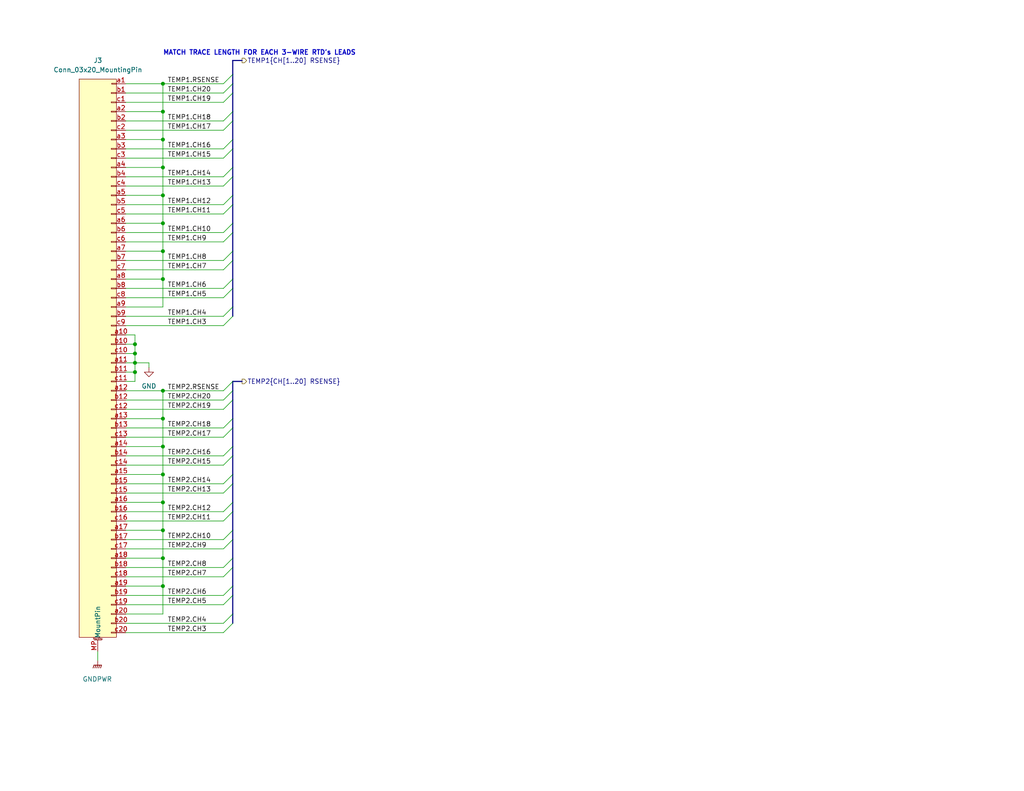
<source format=kicad_sch>
(kicad_sch (version 20230121) (generator eeschema)
  (paper "USLetter")
  (title_block (title "FOXSI-4 Plenum Board") (rev "1") (company "University of Minnesota") (comment 1 "Author: Thanasi Pantazides, panta013@umn.edu"))
  (lib_symbols
    (symbol "Connector_Generic_MountingPin:Conn_03x20_MountingPin"
      (property "Reference" "J" (at 2.54 80.01 0))
      (property "Value" "Conn_03x20_MountingPin" (at 13.97 77.47 0))
      (symbol "Conn_03x20_MountingPin_0_0"
        (pin passive line (at 7.62 6.35 180) (length 2.54) (name "") (number "a10"))
        (pin passive line (at 7.62 -1.27 180) (length 2.54) (name "") (number "a11"))
        (pin passive line (at 7.62 -8.89 180) (length 2.54) (name "") (number "a12"))
        (pin passive line (at 7.62 -16.51 180) (length 2.54) (name "") (number "a13"))
        (pin passive line (at 7.62 -24.13 180) (length 2.54) (name "") (number "a14"))
        (pin passive line (at 7.62 -31.75 180) (length 2.54) (name "") (number "a15"))
        (pin passive line (at 7.62 -39.37 180) (length 2.54) (name "") (number "a16"))
        (pin passive line (at 7.62 -46.99 180) (length 2.54) (name "") (number "a17"))
        (pin passive line (at 7.62 -54.61 180) (length 2.54) (name "") (number "a18"))
        (pin passive line (at 7.62 -62.23 180) (length 2.54) (name "") (number "a19"))
        (pin passive line (at 7.62 67.31 180) (length 2.54) (name "") (number "a2"))
        (pin passive line (at 7.62 -69.85 180) (length 2.54) (name "") (number "a20"))
        (pin passive line (at 7.62 59.69 180) (length 2.54) (name "") (number "a3"))
        (pin passive line (at 7.62 52.07 180) (length 2.54) (name "") (number "a4"))
        (pin passive line (at 7.62 44.45 180) (length 2.54) (name "") (number "a5"))
        (pin passive line (at 7.62 36.83 180) (length 2.54) (name "") (number "a6"))
        (pin passive line (at 7.62 29.21 180) (length 2.54) (name "") (number "a7"))
        (pin passive line (at 7.62 21.59 180) (length 2.54) (name "") (number "a8"))
        (pin passive line (at 7.62 13.97 180) (length 2.54) (name "") (number "a9"))
        (pin passive line (at 7.62 3.81 180) (length 2.54) (name "") (number "b10"))
        (pin passive line (at 7.62 -3.81 180) (length 2.54) (name "") (number "b11"))
        (pin passive line (at 7.62 -11.43 180) (length 2.54) (name "") (number "b12"))
        (pin passive line (at 7.62 -19.05 180) (length 2.54) (name "") (number "b13"))
        (pin passive line (at 7.62 -26.67 180) (length 2.54) (name "") (number "b14"))
        (pin passive line (at 7.62 -34.29 180) (length 2.54) (name "") (number "b15"))
        (pin passive line (at 7.62 -41.91 180) (length 2.54) (name "") (number "b16"))
        (pin passive line (at 7.62 -49.53 180) (length 2.54) (name "") (number "b17"))
        (pin passive line (at 7.62 -57.15 180) (length 2.54) (name "") (number "b18"))
        (pin passive line (at 7.62 -64.77 180) (length 2.54) (name "") (number "b19"))
        (pin passive line (at 7.62 64.77 180) (length 2.54) (name "") (number "b2"))
        (pin passive line (at 7.62 -72.39 180) (length 2.54) (name "") (number "b20"))
        (pin passive line (at 7.62 57.15 180) (length 2.54) (name "") (number "b3"))
        (pin passive line (at 7.62 49.53 180) (length 2.54) (name "") (number "b4"))
        (pin passive line (at 7.62 41.91 180) (length 2.54) (name "") (number "b5"))
        (pin passive line (at 7.62 34.29 180) (length 2.54) (name "") (number "b6"))
        (pin passive line (at 7.62 26.67 180) (length 2.54) (name "") (number "b7"))
        (pin passive line (at 7.62 19.05 180) (length 2.54) (name "") (number "b8"))
        (pin passive line (at 7.62 11.43 180) (length 2.54) (name "") (number "b9"))
        (pin passive line (at 7.62 69.85 180) (length 2.54) (name "") (number "c1"))
        (pin passive line (at 7.62 1.27 180) (length 2.54) (name "") (number "c10"))
        (pin passive line (at 7.62 -6.35 180) (length 2.54) (name "") (number "c11"))
        (pin passive line (at 7.62 -13.97 180) (length 2.54) (name "") (number "c12"))
        (pin passive line (at 7.62 -21.59 180) (length 2.54) (name "") (number "c13"))
        (pin passive line (at 7.62 -29.21 180) (length 2.54) (name "") (number "c14"))
        (pin passive line (at 7.62 -36.83 180) (length 2.54) (name "") (number "c15"))
        (pin passive line (at 7.62 -44.45 180) (length 2.54) (name "") (number "c16"))
        (pin passive line (at 7.62 -52.07 180) (length 2.54) (name "") (number "c17"))
        (pin passive line (at 7.62 -59.69 180) (length 2.54) (name "") (number "c18"))
        (pin passive line (at 7.62 -67.31 180) (length 2.54) (name "") (number "c19"))
        (pin passive line (at 7.62 62.23 180) (length 2.54) (name "") (number "c2"))
        (pin passive line (at 7.62 -74.93 180) (length 2.54) (name "") (number "c20"))
        (pin passive line (at 7.62 54.61 180) (length 2.54) (name "") (number "c3"))
        (pin passive line (at 7.62 46.99 180) (length 2.54) (name "") (number "c4"))
        (pin passive line (at 7.62 39.37 180) (length 2.54) (name "") (number "c5"))
        (pin passive line (at 7.62 31.75 180) (length 2.54) (name "") (number "c6"))
        (pin passive line (at 7.62 24.13 180) (length 2.54) (name "") (number "c7"))
        (pin passive line (at 7.62 16.51 180) (length 2.54) (name "") (number "c8"))
        (pin passive line (at 7.62 8.89 180) (length 2.54) (name "") (number "c9"))
      )
      (symbol "Conn_03x20_MountingPin_0_1"
        (rectangle (start -5.08 76.2) (end 5.08 -76.2) (fill (type background)))
      )
      (symbol "Conn_03x20_MountingPin_1_1"
        (polyline (pts (xy -1.016 -76.962) (xy 1.016 -76.962)) (stroke (width 0.1524)))
        (rectangle (start 4.953 -75.057) (end 3.683 -74.803) (stroke (width 0.1524)))
        (rectangle (start 4.953 -72.517) (end 3.683 -72.263) (stroke (width 0.1524)))
        (rectangle (start 4.953 -69.977) (end 3.683 -69.723) (stroke (width 0.1524)))
        (rectangle (start 4.953 -67.437) (end 3.683 -67.183) (stroke (width 0.1524)))
        (rectangle (start 4.953 -64.897) (end 3.683 -64.643) (stroke (width 0.1524)))
        (rectangle (start 4.953 -62.357) (end 3.683 -62.103) (stroke (width 0.1524)))
        (rectangle (start 4.953 -59.817) (end 3.683 -59.563) (stroke (width 0.1524)))
        (rectangle (start 4.953 -57.277) (end 3.683 -57.023) (stroke (width 0.1524)))
        (rectangle (start 4.953 -54.737) (end 3.683 -54.483) (stroke (width 0.1524)))
        (rectangle (start 4.953 -52.197) (end 3.683 -51.943) (stroke (width 0.1524)))
        (rectangle (start 4.953 -49.657) (end 3.683 -49.403) (stroke (width 0.1524)))
        (rectangle (start 4.953 -47.117) (end 3.683 -46.863) (stroke (width 0.1524)))
        (rectangle (start 4.953 -44.577) (end 3.683 -44.323) (stroke (width 0.1524)))
        (rectangle (start 4.953 -42.037) (end 3.683 -41.783) (stroke (width 0.1524)))
        (rectangle (start 4.953 -39.497) (end 3.683 -39.243) (stroke (width 0.1524)))
        (rectangle (start 4.953 -36.957) (end 3.683 -36.703) (stroke (width 0.1524)))
        (rectangle (start 4.953 -34.417) (end 3.683 -34.163) (stroke (width 0.1524)))
        (rectangle (start 4.953 -31.877) (end 3.683 -31.623) (stroke (width 0.1524)))
        (rectangle (start 4.953 -29.337) (end 3.683 -29.083) (stroke (width 0.1524)))
        (rectangle (start 4.953 -26.797) (end 3.683 -26.543) (stroke (width 0.1524)))
        (rectangle (start 4.953 -24.257) (end 3.683 -24.003) (stroke (width 0.1524)))
        (rectangle (start 4.953 -21.717) (end 3.683 -21.463) (stroke (width 0.1524)))
        (rectangle (start 4.953 -19.177) (end 3.683 -18.923) (stroke (width 0.1524)))
        (rectangle (start 4.953 -16.637) (end 3.683 -16.383) (stroke (width 0.1524)))
        (rectangle (start 4.953 -14.097) (end 3.683 -13.843) (stroke (width 0.1524)))
        (rectangle (start 4.953 -11.557) (end 3.683 -11.303) (stroke (width 0.1524)))
        (rectangle (start 4.953 -9.017) (end 3.683 -8.763) (stroke (width 0.1524)))
        (rectangle (start 4.953 -6.477) (end 3.683 -6.223) (stroke (width 0.1524)))
        (rectangle (start 4.953 -3.937) (end 3.683 -3.683) (stroke (width 0.1524)))
        (rectangle (start 4.953 -1.397) (end 3.683 -1.143) (stroke (width 0.1524)))
        (rectangle (start 4.953 1.143) (end 3.683 1.397) (stroke (width 0.1524)))
        (rectangle (start 4.953 3.683) (end 3.683 3.937) (stroke (width 0.1524)))
        (rectangle (start 4.953 6.223) (end 3.683 6.477) (stroke (width 0.1524)))
        (rectangle (start 4.953 8.763) (end 3.683 9.017) (stroke (width 0.1524)))
        (rectangle (start 4.953 11.303) (end 3.683 11.557) (stroke (width 0.1524)))
        (rectangle (start 4.953 13.843) (end 3.683 14.097) (stroke (width 0.1524)))
        (rectangle (start 4.953 16.383) (end 3.683 16.637) (stroke (width 0.1524)))
        (rectangle (start 4.953 18.923) (end 3.683 19.177) (stroke (width 0.1524)))
        (rectangle (start 4.953 21.463) (end 3.683 21.717) (stroke (width 0.1524)))
        (rectangle (start 4.953 24.003) (end 3.683 24.257) (stroke (width 0.1524)))
        (rectangle (start 4.953 26.543) (end 3.683 26.797) (stroke (width 0.1524)))
        (rectangle (start 4.953 29.083) (end 3.683 29.337) (stroke (width 0.1524)))
        (rectangle (start 4.953 31.623) (end 3.683 31.877) (stroke (width 0.1524)))
        (rectangle (start 4.953 34.163) (end 3.683 34.417) (stroke (width 0.1524)))
        (rectangle (start 4.953 36.703) (end 3.683 36.957) (stroke (width 0.1524)))
        (rectangle (start 4.953 39.243) (end 3.683 39.497) (stroke (width 0.1524)))
        (rectangle (start 4.953 41.783) (end 3.683 42.037) (stroke (width 0.1524)))
        (rectangle (start 4.953 44.323) (end 3.683 44.577) (stroke (width 0.1524)))
        (rectangle (start 4.953 46.863) (end 3.683 47.117) (stroke (width 0.1524)))
        (rectangle (start 4.953 49.403) (end 3.683 49.657) (stroke (width 0.1524)))
        (rectangle (start 4.953 51.943) (end 3.683 52.197) (stroke (width 0.1524)))
        (rectangle (start 4.953 54.483) (end 3.683 54.737) (stroke (width 0.1524)))
        (rectangle (start 4.953 57.023) (end 3.683 57.277) (stroke (width 0.1524)))
        (rectangle (start 4.953 59.563) (end 3.683 59.817) (stroke (width 0.1524)))
        (rectangle (start 4.953 62.103) (end 3.683 62.357) (stroke (width 0.1524)))
        (rectangle (start 4.953 64.643) (end 3.683 64.897) (stroke (width 0.1524)))
        (rectangle (start 4.953 67.183) (end 3.683 67.437) (stroke (width 0.1524)))
        (rectangle (start 4.953 69.723) (end 3.683 69.977) (stroke (width 0.1524)))
        (rectangle (start 4.953 72.263) (end 3.683 72.517) (stroke (width 0.1524)))
        (rectangle (start 5.08 74.803) (end 3.81 75.057) (stroke (width 0.1524)))
        (text "Mounting" (at 0 -76.581 0) (effects (font (size 0.381 0.381))))
        (pin passive line (at 0 -80.01 90) (length 3.048) (name "MountPin") (number "MP"))
        (pin passive line (at 7.62 74.93 180) (length 2.54) (name "") (number "a1"))
        (pin passive line (at 7.62 72.39 180) (length 2.54) (name "") (number "b1"))
      )
    )
    (symbol "power:GND" (power) (pin_names (offset 0))
      (property "Value" "GND" (at 0 -3.81 0))
      (symbol "GND_0_1"
        (polyline (pts (xy 0 0) (xy 0 -1.27) (xy 1.27 -1.27) (xy 0 -2.54) (xy -1.27 -1.27) (xy 0 -1.27)))
      )
      (symbol "GND_1_1"
        (pin power_in line (at 0 0 270) (length 0) hide (name "GND") (number "1"))
      )
    )
    (symbol "power:GNDPWR" (power) (pin_names (offset 0))
      (property "Value" "GNDPWR" (at 0 -3.302 0))
      (symbol "GNDPWR_0_1"
        (polyline (pts (xy 0 -1.27) (xy 0 0)))
        (polyline (pts (xy -1.016 -1.27) (xy -1.27 -2.032) (xy -1.27 -2.032)) (stroke (width 0.2032)))
        (polyline (pts (xy -0.508 -1.27) (xy -0.762 -2.032) (xy -0.762 -2.032)) (stroke (width 0.2032)))
        (polyline (pts (xy 0 -1.27) (xy -0.254 -2.032) (xy -0.254 -2.032)) (stroke (width 0.2032)))
        (polyline (pts (xy 0.508 -1.27) (xy 0.254 -2.032) (xy 0.254 -2.032)) (stroke (width 0.2032)))
        (polyline (pts (xy 1.016 -1.27) (xy -1.016 -1.27) (xy -1.016 -1.27)) (stroke (width 0.2032)))
        (polyline (pts (xy 1.016 -1.27) (xy 0.762 -2.032) (xy 0.762 -2.032) (xy 0.762 -2.032)) (stroke (width 0.2032)))
      )
      (symbol "GNDPWR_1_1"
        (pin power_in line (at 0 0 270) (length 0) hide (name "GNDPWR") (number "1"))
      )
    )
  )
  (junction (at 44.45 152.4))
  (junction (at 36.83 101.6))
  (junction (at 44.45 53.34))
  (junction (at 36.83 93.98))
  (junction (at 44.45 30.48))
  (junction (at 44.45 121.92))
  (junction (at 44.45 114.3))
  (junction (at 44.45 60.96))
  (junction (at 44.45 68.58))
  (junction (at 44.45 106.68))
  (junction (at 44.45 76.2))
  (junction (at 36.83 99.06))
  (junction (at 44.45 160.02))
  (junction (at 44.45 45.72))
  (junction (at 44.45 38.1))
  (junction (at 36.83 96.52))
  (junction (at 44.45 129.54))
  (junction (at 44.45 22.86))
  (junction (at 44.45 144.78))
  (junction (at 44.45 137.16))
  (bus_entry (at 60.96 124.46) (size 2.54 -2.54))
  (bus_entry (at 60.96 134.62) (size 2.54 -2.54))
  (bus_entry (at 60.96 78.74) (size 2.54 -2.54))
  (bus_entry (at 60.96 27.94) (size 2.54 -2.54))
  (bus_entry (at 60.96 172.72) (size 2.54 -2.54))
  (bus_entry (at 60.96 106.68) (size 2.54 -2.54))
  (bus_entry (at 60.96 165.1) (size 2.54 -2.54))
  (bus_entry (at 60.96 157.48) (size 2.54 -2.54))
  (bus_entry (at 60.96 142.24) (size 2.54 -2.54))
  (bus_entry (at 60.96 81.28) (size 2.54 -2.54))
  (bus_entry (at 60.96 58.42) (size 2.54 -2.54))
  (bus_entry (at 60.96 111.76) (size 2.54 -2.54))
  (bus_entry (at 60.96 35.56) (size 2.54 -2.54))
  (bus_entry (at 60.96 88.9) (size 2.54 -2.54))
  (bus_entry (at 60.96 55.88) (size 2.54 -2.54))
  (bus_entry (at 60.96 73.66) (size 2.54 -2.54))
  (bus_entry (at 60.96 63.5) (size 2.54 -2.54))
  (bus_entry (at 60.96 116.84) (size 2.54 -2.54))
  (bus_entry (at 63.5 22.86) (size -2.54 2.54))
  (bus_entry (at 60.96 71.12) (size 2.54 -2.54))
  (bus_entry (at 60.96 33.02) (size 2.54 -2.54))
  (bus_entry (at 60.96 119.38) (size 2.54 -2.54))
  (bus_entry (at 60.96 109.22) (size 2.54 -2.54))
  (bus_entry (at 60.96 66.04) (size 2.54 -2.54))
  (bus_entry (at 60.96 162.56) (size 2.54 -2.54))
  (bus_entry (at 60.96 43.18) (size 2.54 -2.54))
  (bus_entry (at 60.96 132.08) (size 2.54 -2.54))
  (bus_entry (at 60.96 127) (size 2.54 -2.54))
  (bus_entry (at 60.96 139.7) (size 2.54 -2.54))
  (bus_entry (at 60.96 86.36) (size 2.54 -2.54))
  (bus_entry (at 60.96 149.86) (size 2.54 -2.54))
  (bus_entry (at 60.96 40.64) (size 2.54 -2.54))
  (bus_entry (at 60.96 22.86) (size 2.54 -2.54))
  (bus_entry (at 60.96 170.18) (size 2.54 -2.54))
  (bus_entry (at 60.96 48.26) (size 2.54 -2.54))
  (bus_entry (at 60.96 50.8) (size 2.54 -2.54))
  (bus_entry (at 60.96 154.94) (size 2.54 -2.54))
  (bus_entry (at 60.96 147.32) (size 2.54 -2.54))
  (wire (pts (xy 36.83 96.52) (xy 36.83 99.06)))
  (wire (pts (xy 34.29 99.06) (xy 36.83 99.06)))
  (wire (pts (xy 34.29 93.98) (xy 36.83 93.98)))
  (wire (pts (xy 34.29 104.14) (xy 36.83 104.14)))
  (bus (pts (xy 63.5 114.3) (xy 63.5 116.84)))
  (wire (pts (xy 44.45 60.96) (xy 44.45 53.34)))
  (wire (pts (xy 34.29 111.76) (xy 60.96 111.76)))
  (wire (pts (xy 34.29 83.82) (xy 44.45 83.82)))
  (wire (pts (xy 34.29 109.22) (xy 60.96 109.22)))
  (wire (pts (xy 44.45 68.58) (xy 44.45 60.96)))
  (bus (pts (xy 63.5 167.64) (xy 63.5 170.18)))
  (wire (pts (xy 34.29 73.66) (xy 60.96 73.66)))
  (wire (pts (xy 34.29 121.92) (xy 44.45 121.92)))
  (wire (pts (xy 34.29 129.54) (xy 44.45 129.54)))
  (wire (pts (xy 34.29 63.5) (xy 60.96 63.5)))
  (bus (pts (xy 63.5 60.96) (xy 63.5 63.5)))
  (wire (pts (xy 34.29 30.48) (xy 44.45 30.48)))
  (bus (pts (xy 63.5 78.74) (xy 63.5 83.82)))
  (wire (pts (xy 34.29 48.26) (xy 60.96 48.26)))
  (wire (pts (xy 34.29 172.72) (xy 60.96 172.72)))
  (wire (pts (xy 44.45 45.72) (xy 44.45 38.1)))
  (bus (pts (xy 63.5 124.46) (xy 63.5 129.54)))
  (wire (pts (xy 36.83 101.6) (xy 36.83 104.14)))
  (bus (pts (xy 63.5 109.22) (xy 63.5 114.3)))
  (bus (pts (xy 66.04 16.51) (xy 63.5 16.51)))
  (wire (pts (xy 34.29 106.68) (xy 44.45 106.68)))
  (bus (pts (xy 63.5 147.32) (xy 63.5 152.4)))
  (wire (pts (xy 36.83 99.06) (xy 36.83 101.6)))
  (wire (pts (xy 34.29 162.56) (xy 60.96 162.56)))
  (wire (pts (xy 44.45 144.78) (xy 44.45 137.16)))
  (wire (pts (xy 34.29 134.62) (xy 60.96 134.62)))
  (wire (pts (xy 34.29 76.2) (xy 44.45 76.2)))
  (bus (pts (xy 66.04 104.14) (xy 63.5 104.14)))
  (wire (pts (xy 34.29 137.16) (xy 44.45 137.16)))
  (wire (pts (xy 40.64 99.06) (xy 40.64 100.33)))
  (bus (pts (xy 63.5 53.34) (xy 63.5 55.88)))
  (wire (pts (xy 44.45 83.82) (xy 44.45 76.2)))
  (wire (pts (xy 34.29 55.88) (xy 60.96 55.88)))
  (wire (pts (xy 34.29 157.48) (xy 60.96 157.48)))
  (wire (pts (xy 34.29 78.74) (xy 60.96 78.74)))
  (bus (pts (xy 63.5 33.02) (xy 63.5 38.1)))
  (wire (pts (xy 34.29 152.4) (xy 44.45 152.4)))
  (bus (pts (xy 63.5 55.88) (xy 63.5 60.96)))
  (bus (pts (xy 63.5 116.84) (xy 63.5 121.92)))
  (wire (pts (xy 36.83 91.44) (xy 36.83 93.98)))
  (wire (pts (xy 44.45 152.4) (xy 44.45 144.78)))
  (wire (pts (xy 44.45 38.1) (xy 44.45 30.48)))
  (bus (pts (xy 63.5 104.14) (xy 63.5 106.68)))
  (bus (pts (xy 63.5 63.5) (xy 63.5 68.58)))
  (wire (pts (xy 34.29 43.18) (xy 60.96 43.18)))
  (wire (pts (xy 34.29 45.72) (xy 44.45 45.72)))
  (wire (pts (xy 34.29 33.02) (xy 60.96 33.02)))
  (wire (pts (xy 34.29 147.32) (xy 60.96 147.32)))
  (wire (pts (xy 34.29 27.94) (xy 60.96 27.94)))
  (wire (pts (xy 36.83 99.06) (xy 40.64 99.06)))
  (wire (pts (xy 34.29 91.44) (xy 36.83 91.44)))
  (wire (pts (xy 34.29 142.24) (xy 60.96 142.24)))
  (wire (pts (xy 34.29 114.3) (xy 44.45 114.3)))
  (wire (pts (xy 34.29 144.78) (xy 44.45 144.78)))
  (wire (pts (xy 34.29 71.12) (xy 60.96 71.12)))
  (wire (pts (xy 44.45 160.02) (xy 44.45 152.4)))
  (bus (pts (xy 63.5 129.54) (xy 63.5 132.08)))
  (wire (pts (xy 34.29 40.64) (xy 60.96 40.64)))
  (wire (pts (xy 34.29 35.56) (xy 60.96 35.56)))
  (bus (pts (xy 63.5 106.68) (xy 63.5 109.22)))
  (wire (pts (xy 34.29 25.4) (xy 60.96 25.4)))
  (wire (pts (xy 44.45 22.86) (xy 60.96 22.86)))
  (bus (pts (xy 63.5 154.94) (xy 63.5 160.02)))
  (wire (pts (xy 44.45 106.68) (xy 60.96 106.68)))
  (bus (pts (xy 63.5 25.4) (xy 63.5 30.48)))
  (bus (pts (xy 63.5 22.86) (xy 63.5 25.4)))
  (wire (pts (xy 44.45 137.16) (xy 44.45 129.54)))
  (wire (pts (xy 34.29 116.84) (xy 60.96 116.84)))
  (wire (pts (xy 34.29 165.1) (xy 60.96 165.1)))
  (wire (pts (xy 44.45 30.48) (xy 44.45 22.86)))
  (wire (pts (xy 26.67 177.8) (xy 26.67 180.34)))
  (wire (pts (xy 34.29 68.58) (xy 44.45 68.58)))
  (wire (pts (xy 34.29 88.9) (xy 60.96 88.9)))
  (wire (pts (xy 34.29 86.36) (xy 60.96 86.36)))
  (wire (pts (xy 34.29 119.38) (xy 60.96 119.38)))
  (wire (pts (xy 44.45 114.3) (xy 44.45 106.68)))
  (wire (pts (xy 34.29 58.42) (xy 60.96 58.42)))
  (bus (pts (xy 63.5 137.16) (xy 63.5 139.7)))
  (wire (pts (xy 36.83 93.98) (xy 36.83 96.52)))
  (wire (pts (xy 34.29 81.28) (xy 60.96 81.28)))
  (wire (pts (xy 34.29 53.34) (xy 44.45 53.34)))
  (bus (pts (xy 63.5 160.02) (xy 63.5 162.56)))
  (bus (pts (xy 63.5 152.4) (xy 63.5 154.94)))
  (bus (pts (xy 63.5 121.92) (xy 63.5 124.46)))
  (bus (pts (xy 63.5 45.72) (xy 63.5 48.26)))
  (wire (pts (xy 34.29 127) (xy 60.96 127)))
  (bus (pts (xy 63.5 83.82) (xy 63.5 86.36)))
  (wire (pts (xy 34.29 60.96) (xy 44.45 60.96)))
  (wire (pts (xy 34.29 170.18) (xy 60.96 170.18)))
  (wire (pts (xy 34.29 154.94) (xy 60.96 154.94)))
  (bus (pts (xy 63.5 76.2) (xy 63.5 78.74)))
  (bus (pts (xy 63.5 30.48) (xy 63.5 33.02)))
  (wire (pts (xy 34.29 149.86) (xy 60.96 149.86)))
  (wire (pts (xy 34.29 50.8) (xy 60.96 50.8)))
  (wire (pts (xy 34.29 96.52) (xy 36.83 96.52)))
  (wire (pts (xy 34.29 22.86) (xy 44.45 22.86)))
  (wire (pts (xy 34.29 101.6) (xy 36.83 101.6)))
  (wire (pts (xy 44.45 167.64) (xy 44.45 160.02)))
  (bus (pts (xy 63.5 48.26) (xy 63.5 53.34)))
  (bus (pts (xy 63.5 38.1) (xy 63.5 40.64)))
  (bus (pts (xy 63.5 20.32) (xy 63.5 22.86)))
  (wire (pts (xy 34.29 132.08) (xy 60.96 132.08)))
  (bus (pts (xy 63.5 162.56) (xy 63.5 167.64)))
  (bus (pts (xy 63.5 144.78) (xy 63.5 147.32)))
  (wire (pts (xy 44.45 129.54) (xy 44.45 121.92)))
  (wire (pts (xy 34.29 139.7) (xy 60.96 139.7)))
  (wire (pts (xy 44.45 121.92) (xy 44.45 114.3)))
  (bus (pts (xy 63.5 139.7) (xy 63.5 144.78)))
  (wire (pts (xy 34.29 66.04) (xy 60.96 66.04)))
  (wire (pts (xy 34.29 167.64) (xy 44.45 167.64)))
  (wire (pts (xy 34.29 160.02) (xy 44.45 160.02)))
  (bus (pts (xy 63.5 16.51) (xy 63.5 20.32)))
  (bus (pts (xy 63.5 132.08) (xy 63.5 137.16)))
  (bus (pts (xy 63.5 68.58) (xy 63.5 71.12)))
  (wire (pts (xy 34.29 38.1) (xy 44.45 38.1)))
  (wire (pts (xy 44.45 76.2) (xy 44.45 68.58)))
  (wire (pts (xy 34.29 124.46) (xy 60.96 124.46)))
  (bus (pts (xy 63.5 40.64) (xy 63.5 45.72)))
  (bus (pts (xy 63.5 71.12) (xy 63.5 76.2)))
  (wire (pts (xy 44.45 53.34) (xy 44.45 45.72)))
  (text "MATCH TRACE LENGTH FOR EACH 3-WIRE RTD's LEADS" (at 44.45 15.24 0) (effects (font (size 1.27 1.27) (thickness 0.254) bold) (justify left bottom)))
  (label "TEMP1.CH8" (at 45.72 71.12 0))
  (label "TEMP1.CH16" (at 45.72 40.64 0))
  (label "TEMP2.CH8" (at 45.72 154.94 0))
  (label "TEMP2.CH5" (at 45.72 165.1 0))
  (label "TEMP1.CH19" (at 45.72 27.94 0))
  (label "TEMP1.CH15" (at 45.72 43.18 0))
  (label "TEMP1.CH9" (at 45.72 66.04 0))
  (label "TEMP2.CH9" (at 45.72 149.86 0))
  (label "TEMP1.CH4" (at 45.72 86.36 0))
  (label "TEMP2.CH20" (at 45.72 109.22 0))
  (label "TEMP1.CH3" (at 45.72 88.9 0))
  (label "TEMP2.CH12" (at 45.72 139.7 0))
  (label "TEMP1.CH6" (at 45.72 78.74 0))
  (label "TEMP2.CH16" (at 45.72 124.46 0))
  (label "TEMP1.RSENSE" (at 45.72 22.86 0))
  (label "TEMP2.CH15" (at 45.72 127 0))
  (label "TEMP2.CH14" (at 45.72 132.08 0))
  (label "TEMP2.CH19" (at 45.72 111.76 0))
  (label "TEMP1.CH7" (at 45.72 73.66 0))
  (label "TEMP2.CH10" (at 45.72 147.32 0))
  (label "TEMP2.CH6" (at 45.72 162.56 0))
  (label "TEMP2.CH17" (at 45.72 119.38 0))
  (label "TEMP2.CH11" (at 45.72 142.24 0))
  (label "TEMP1.CH14" (at 45.72 48.26 0))
  (label "TEMP1.CH18" (at 45.72 33.02 0))
  (label "TEMP2.CH13" (at 45.72 134.62 0))
  (label "TEMP2.CH4" (at 45.72 170.18 0))
  (label "TEMP1.CH5" (at 45.72 81.28 0))
  (label "TEMP2.CH18" (at 45.72 116.84 0))
  (label "TEMP1.CH17" (at 45.72 35.56 0))
  (label "TEMP1.CH13" (at 45.72 50.8 0))
  (label "TEMP2.CH3" (at 45.72 172.72 0))
  (label "TEMP1.CH12" (at 45.72 55.88 0))
  (label "TEMP2.RSENSE" (at 45.72 106.68 0))
  (label "TEMP1.CH11" (at 45.72 58.42 0))
  (label "TEMP2.CH7" (at 45.72 157.48 0))
  (label "TEMP1.CH20" (at 45.72 25.4 0))
  (label "TEMP1.CH10" (at 45.72 63.5 0))
  (hierarchical_label "TEMP2{CH[1..20] RSENSE}" (shape output) (at 66.04 104.14 0))
  (hierarchical_label "TEMP1{CH[1..20] RSENSE}" (shape output) (at 66.04 16.51 0))
  (symbol (lib_id "Connector_Generic_MountingPin:Conn_03x20_MountingPin") (at 26.67 97.79 0) (unit 1)
    (property "Reference" "J3" (at 26.7081 16.51 0))
    (property "Value" "Conn_03x20_MountingPin" (at 26.7081 19.05 0))
    (property "Footprint" "Connector_Harwin:Harwin_JTek-Male_3x20_P2.00mm_Horizontal" (effects hide))
    (property "Datasheet" "https://cdn.harwin.com/pdfs/M83-LML3M1NXX-0000-000.pdf" (effects hide))
  )
  (symbol (lib_id "power:GNDPWR") (at 26.67 180.34 0) (unit 1)
    (property "Reference" "#PWR030" (effects hide))
    (property "Value" "GNDPWR" (at 26.543 185.42 0))
  )
  (symbol (lib_id "power:GND") (at 40.64 100.33 0) (unit 1)
    (property "Reference" "#PWR0179" (effects hide))
    (property "Value" "GND" (at 40.64 105.41 0))
  )
)
</source>
